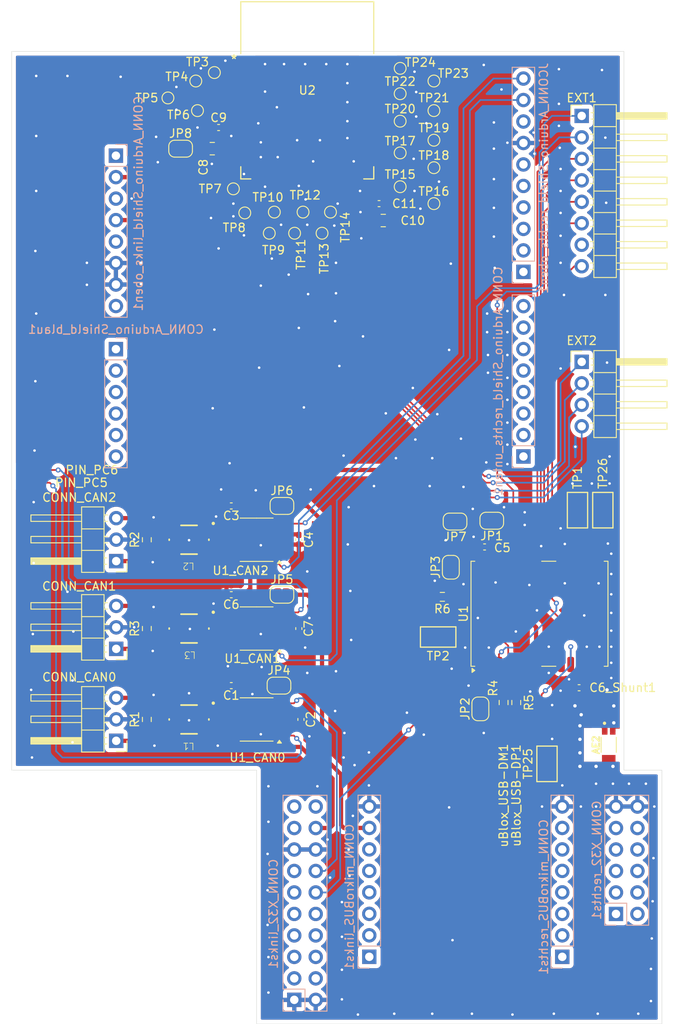
<source format=kicad_pcb>
(kicad_pcb
	(version 20240108)
	(generator "pcbnew")
	(generator_version "8.0")
	(general
		(thickness 1.6)
		(legacy_teardrops no)
	)
	(paper "A4")
	(title_block
		(title "Adapter_CANBridge")
		(date "2025-01-13")
		(rev "1.0")
	)
	(layers
		(0 "F.Cu" signal)
		(31 "B.Cu" signal)
		(32 "B.Adhes" user "B.Adhesive")
		(33 "F.Adhes" user "F.Adhesive")
		(34 "B.Paste" user)
		(35 "F.Paste" user)
		(36 "B.SilkS" user "B.Silkscreen")
		(37 "F.SilkS" user "F.Silkscreen")
		(38 "B.Mask" user)
		(39 "F.Mask" user)
		(40 "Dwgs.User" user "User.Drawings")
		(41 "Cmts.User" user "User.Comments")
		(42 "Eco1.User" user "User.Eco1")
		(43 "Eco2.User" user "User.Eco2")
		(44 "Edge.Cuts" user)
		(45 "Margin" user)
		(46 "B.CrtYd" user "B.Courtyard")
		(47 "F.CrtYd" user "F.Courtyard")
		(48 "B.Fab" user)
		(49 "F.Fab" user)
		(50 "User.1" user)
		(51 "User.2" user)
		(52 "User.3" user)
		(53 "User.4" user)
		(54 "User.5" user)
		(55 "User.6" user)
		(56 "User.7" user)
		(57 "User.8" user)
		(58 "User.9" user)
	)
	(setup
		(stackup
			(layer "F.SilkS"
				(type "Top Silk Screen")
			)
			(layer "F.Paste"
				(type "Top Solder Paste")
			)
			(layer "F.Mask"
				(type "Top Solder Mask")
				(thickness 0.01)
			)
			(layer "F.Cu"
				(type "copper")
				(thickness 0.035)
			)
			(layer "dielectric 1"
				(type "core")
				(thickness 1.51)
				(material "FR4")
				(epsilon_r 4.5)
				(loss_tangent 0.02)
			)
			(layer "B.Cu"
				(type "copper")
				(thickness 0.035)
			)
			(layer "B.Mask"
				(type "Bottom Solder Mask")
				(thickness 0.01)
			)
			(layer "B.Paste"
				(type "Bottom Solder Paste")
			)
			(layer "B.SilkS"
				(type "Bottom Silk Screen")
			)
			(copper_finish "None")
			(dielectric_constraints no)
		)
		(pad_to_mask_clearance 0)
		(allow_soldermask_bridges_in_footprints no)
		(pcbplotparams
			(layerselection 0x00010fc_ffffffff)
			(plot_on_all_layers_selection 0x0000000_00000000)
			(disableapertmacros no)
			(usegerberextensions no)
			(usegerberattributes yes)
			(usegerberadvancedattributes yes)
			(creategerberjobfile yes)
			(dashed_line_dash_ratio 12.000000)
			(dashed_line_gap_ratio 3.000000)
			(svgprecision 4)
			(plotframeref no)
			(viasonmask no)
			(mode 1)
			(useauxorigin no)
			(hpglpennumber 1)
			(hpglpenspeed 20)
			(hpglpendiameter 15.000000)
			(pdf_front_fp_property_popups yes)
			(pdf_back_fp_property_popups yes)
			(dxfpolygonmode yes)
			(dxfimperialunits yes)
			(dxfusepcbnewfont yes)
			(psnegative no)
			(psa4output no)
			(plotreference yes)
			(plotvalue yes)
			(plotfptext yes)
			(plotinvisibletext no)
			(sketchpadsonfab no)
			(subtractmaskfromsilk no)
			(outputformat 1)
			(mirror no)
			(drillshape 1)
			(scaleselection 1)
			(outputdirectory "")
		)
	)
	(net 0 "")
	(net 1 "+3.3V")
	(net 2 "GND")
	(net 3 "Net-(JP4-A)")
	(net 4 "Net-(JP6-A)")
	(net 5 "Net-(JP1-B)")
	(net 6 "Net-(U1-RF_IN)")
	(net 7 "Net-(JP5-A)")
	(net 8 "RNBD_VDD_3V3")
	(net 9 "PIN_PA18_U3")
	(net 10 "PIN_PA15_U1")
	(net 11 "PIN_PA16_U2")
	(net 12 "PIN_PA17_V3")
	(net 13 "Net-(CONN_CAN0-Pin_1)")
	(net 14 "Net-(CONN_CAN0-Pin_3)")
	(net 15 "Net-(CONN_CAN1-Pin_3)")
	(net 16 "Net-(CONN_CAN1-Pin_1)")
	(net 17 "Net-(CONN_CAN2-Pin_3)")
	(net 18 "Net-(CONN_CAN2-Pin_1)")
	(net 19 "+5V")
	(net 20 "PIN_PC22_P18")
	(net 21 "PIN_PC25_K17")
	(net 22 "PIN_PA22_G4")
	(net 23 "PIN_PC21_P17")
	(net 24 "PIN_PC26_K18")
	(net 25 "PIN_PC8_M13")
	(net 26 "PIN_PC1_T17")
	(net 27 "PIN_PC9_M18")
	(net 28 "PIN_PC10_H17")
	(net 29 "unconnected-(CONN_X32_links1-Pin_17-Pad17)")
	(net 30 "PIN_PC2_T18_res")
	(net 31 "PIN_PC4_R18")
	(net 32 "PIN_PC13_F17_res")
	(net 33 "PIN_PE11_M6_res")
	(net 34 "PIN_PC11_H15")
	(net 35 "unconnected-(CONN_X32_links1-Pin_10-Pad10)")
	(net 36 "unconnected-(CONN_X32_links1-Pin_19-Pad19)")
	(net 37 "unconnected-(CONN_X32_rechts1-Pin_2-Pad2)")
	(net 38 "unconnected-(CONN_X32_rechts1-Pin_10-Pad10)")
	(net 39 "unconnected-(CONN_X32_rechts1-Pin_1-Pad1)")
	(net 40 "unconnected-(CONN_X32_rechts1-Pin_6-Pad6)")
	(net 41 "unconnected-(CONN_X32_rechts1-Pin_8-Pad8)")
	(net 42 "uBlox_UART_RX")
	(net 43 "uBlox_UART_TX")
	(net 44 "RNBD_UART-CTS")
	(net 45 "RNBD_UART-RTS")
	(net 46 "RNBD_UART-RX")
	(net 47 "RNBD_UART-TX")
	(net 48 "PIN_PC0_P15")
	(net 49 "uBlox_RST")
	(net 50 "PIN_PG9_K12")
	(net 51 "PIN_PG6_L15")
	(net 52 "PIN_PA23_G1")
	(net 53 "PIN_PG5_J17")
	(net 54 "PIN_PG7_L12")
	(net 55 "PIN_PD27_A8")
	(net 56 "PIN_PG10_G13")
	(net 57 "PIN_PD24_D11")
	(net 58 "PIN_PD25_D5")
	(net 59 "PIN_PD26_B9")
	(net 60 "PIN_PB11_14")
	(net 61 "PIN_AVDD")
	(net 62 "PIN_PC5_N15")
	(net 63 "PIN_PC6_N17")
	(net 64 "PIN_PC7_N18")
	(net 65 "Net-(JP1-A)")
	(net 66 "Net-(JP2-B)")
	(net 67 "Net-(JP3-A)")
	(net 68 "uBlox_USB-DM")
	(net 69 "Net-(U1-USB_DM)")
	(net 70 "uBlox_USB-DP")
	(net 71 "Net-(U1-USB_DP)")
	(net 72 "Net-(U1-EXTINT1)")
	(net 73 "Net-(U1-EXTINT0)")
	(net 74 "RNBD_NMCLR")
	(net 75 "RNBD_PB0")
	(net 76 "RNBD_PB3")
	(net 77 "RNBD_PB5")
	(net 78 "RNBD_PB7")
	(net 79 "RNBD_PB8")
	(net 80 "RNBD_PB10")
	(net 81 "RNBD_PB11")
	(net 82 "RNBD_PA0")
	(net 83 "RNBD_PA1")
	(net 84 "RNBD_PB12")
	(net 85 "RNBD_PB13")
	(net 86 "RNBD_PA8")
	(net 87 "RNBD_PA7")
	(net 88 "RNBD_PA10")
	(net 89 "RNBD_PA13")
	(net 90 "RNBD_PA14")
	(net 91 "RNBD_PA2")
	(net 92 "RNBD_PA3")
	(net 93 "RNBD_PB2")
	(net 94 "RNBD_PB1")
	(net 95 "RNBD_PB4")
	(net 96 "Net-(U1-VCC_RF)")
	(net 97 "Net-(U1-LNA_EN)")
	(net 98 "uBlox_SDA")
	(net 99 "unconnected-(U1-RESERVED-Pad17)")
	(net 100 "unconnected-(U1-RESERVED-Pad16)")
	(net 101 "uBlox_SCL")
	(net 102 "Net-(L1-1)")
	(net 103 "Net-(L1-4)")
	(net 104 "Net-(L3-1)")
	(net 105 "Net-(L3-4)")
	(net 106 "Net-(L2-4)")
	(net 107 "Net-(L2-1)")
	(net 108 "unconnected-(U2-PA9-Pad30)")
	(net 109 "unconnected-(U2-PA11-Pad9)")
	(net 110 "unconnected-(U2-PA12-Pad10)")
	(net 111 "unconnected-(U2-PB9-Pad15)")
	(net 112 "unconnected-(CONN_Arduino_Shield_links_oben1-Pin_1-Pad1)")
	(net 113 "unconnected-(CONN_Arduino_Shield_links_oben1-Pin_3-Pad3)")
	(net 114 "unconnected-(CONN_Arduino_Shield_links_oben1-Pin_8-Pad8)")
	(net 115 "PIN_PA28_T1")
	(net 116 "PIN_PA29_T2")
	(net 117 "PIN_PC3_R17_res")
	(net 118 "+5V_res")
	(net 119 "PIN_PC12_F18_res")
	(net 120 "PIN_PE1_H2_res")
	(net 121 "PIN_PE0_H1_res")
	(net 122 "PIN_PA18_U3_res")
	(net 123 "PIN_PE2_J1_res")
	(net 124 "PIN_PA31_G2_res")
	(net 125 "PIN_PA22_G4_res")
	(net 126 "PIN_PA8_K2_res")
	(net 127 "PIN_PC25_K17_res")
	(net 128 "PIN_PC21_P17_res")
	(net 129 "PIN_PC22_P18_res")
	(net 130 "PIN_PC26_K18_res")
	(net 131 "PIN_PA14_R2_res")
	(net 132 "+3.3V_res")
	(net 133 "PIN_PB27_V10_res")
	(net 134 "PIN_PC14_E17_res")
	(net 135 "PIN_PC15_G12_res")
	(footprint "TestPoint:TestPoint_Pad_D1.0mm" (layer "F.Cu") (at 126.25 65.25))
	(footprint "Würth_WE-CNSW:WE-CNSW_1812_744235510" (layer "F.Cu") (at 121 106.75 180))
	(footprint "TestPoint:TestPoint_Pad_D1.0mm" (layer "F.Cu") (at 150 67))
	(footprint "Package_SO:SOIC-8_3.9x4.9mm_P1.27mm" (layer "F.Cu") (at 129 128 180))
	(footprint "Resistor_SMD:R_0603_1608Metric_Pad0.98x0.95mm_HandSolder" (layer "F.Cu") (at 116 128 90))
	(footprint "Capacitor_SMD:C_0402_1005Metric_Pad0.74x0.62mm_HandSolder" (layer "F.Cu") (at 156 107.6 180))
	(footprint "Capacitor_SMD:C_0402_1005Metric_Pad0.74x0.62mm_HandSolder" (layer "F.Cu") (at 126 102.75 180))
	(footprint "RF_GPS:ublox_NEO" (layer "F.Cu") (at 162.5 115.5 90))
	(footprint "Capacitor_SMD:C_0402_1005Metric_Pad0.74x0.62mm_HandSolder" (layer "F.Cu") (at 167.19 124.25 180))
	(footprint "TestPoint:TestPoint_Pad_D1.0mm" (layer "F.Cu") (at 130.5 70.5))
	(footprint "Jumper:SolderJumper-2_P1.3mm_Open_RoundedPad1.0x1.5mm" (layer "F.Cu") (at 120 60.5))
	(footprint "Jumper:SolderJumper-2_P1.3mm_Open_RoundedPad1.0x1.5mm" (layer "F.Cu") (at 131.65 124))
	(footprint "Resistor_SMD:R_0603_1608Metric_Pad0.98x0.95mm_HandSolder" (layer "F.Cu") (at 116 106.75 90))
	(footprint "Capacitor_SMD:C_0402_1005Metric_Pad0.74x0.62mm_HandSolder" (layer "F.Cu") (at 126 124 180))
	(footprint "TestPoint:TestPoint_Pad_D1.0mm" (layer "F.Cu") (at 133.5 70.5))
	(footprint "TestPoint:TestPoint_Pad_D1.0mm" (layer "F.Cu") (at 127.6 68.1))
	(footprint "Antennen:XDCR_W3011" (layer "F.Cu") (at 170.7 131))
	(footprint "Capacitor_SMD:C_0402_1005Metric_Pad0.74x0.62mm_HandSolder" (layer "F.Cu") (at 134.25 128 -90))
	(footprint "TestPoint:TestPoint_Pad_D1.0mm" (layer "F.Cu") (at 146 51))
	(footprint "Connector_PinHeader_2.54mm:PinHeader_1x03_P2.54mm_Horizontal" (layer "F.Cu") (at 112.375 109.275 180))
	(footprint "TestPoint:TestPoint_Pad_D1.0mm" (layer "F.Cu") (at 146 65))
	(footprint "TestPoint:TestPoint_Pad_D1.0mm" (layer "F.Cu") (at 146 54))
	(footprint "TestPoint:TestPoint_Pad_D1.0mm" (layer "F.Cu") (at 121.8 52.5))
	(footprint "Connector_Wire:SolderWirePad_1x01_SMD_1x2mm" (layer "F.Cu") (at 102 100 -90))
	(footprint "TestPoint:TestPoint_Pad_D1.0mm" (layer "F.Cu") (at 137.75 68))
	(footprint "Resistor_SMD:R_0603_1608Metric_Pad0.98x0.95mm_HandSolder" (layer "F.Cu") (at 151 113.5 180))
	(footprint "TestPoint:TestPoint_Pad_D1.0mm" (layer "F.Cu") (at 146 57.25))
	(footprint "Würth_WE-CNSW:WE-CNSW_1812_744235510" (layer "F.Cu") (at 121 128 180))
	(footprint "TestPoint:TestPoint_Pad_D1.0mm" (layer "F.Cu") (at 124 51.5))
	(footprint "TestPoint:TestPoint_Pad_D1.0mm" (layer "F.Cu") (at 150 52.5))
	(footprint "RNBD451PE:MOD39_15p5X20p7X2p8_ZSX_MCH" (layer "F.Cu") (at 135 53.6))
	(footprint "Connector_Wire:SolderWirePad_1x01_SMD_1x2mm" (layer "F.Cu") (at 158.25 129.5 180))
	(footprint "Capacitor_SMD:C_0402_1005Metric_Pad0.74x0.62mm_HandSolder" (layer "F.Cu") (at 134 117.25 -90))
	(footprint "TestPoint:TestPoint_Keystone_5019_Minature" (layer "F.Cu") (at 150.5 118.25 180))
	(footprint "Jumper:SolderJumper-2_P1.3mm_Open_RoundedPad1.0x1.5mm" (layer "F.Cu") (at 152.5 104.6 180))
	(footprint "Resistor_SMD:R_0603_1608Metric_Pad0.98x0.95mm_HandSolder" (layer "F.Cu") (at 159.75 126 90))
	(footprint "TestPoint:TestPoint_Keystone_5019_Minature" (layer "F.Cu") (at 167 103.25 90))
	(footprint "Package_SO:SOIC-8_3.9x4.9mm_P1.27mm"
		(layer "F.Cu")
		(uuid "8f2605ab-49a6-4e22-8fae-3cc8c70205c3")
		(at 129 117.25 180)
		(descr "SOIC, 8 Pin (JEDEC MS-012AA, https://www.analog.com/media/en/package-pcb-resources/package/pkg_pdf/soic_narrow-r/r_8.pdf), generated with kicad-footprint-generator ipc_gullwing_generator.py")
		(tags "SOIC SO")
		(property "Reference" "U1_CAN1"
			(at 0.5 -3.55 0)
			(layer "F.SilkS")
			(uuid "9abfd54a-5efe-493c-90ee-67897a8ad05a")
			(effects
				(font
					(size 1 1)
					(thickness 0.15)
				)
			)
		)
		(property "Value" "MCP2562-H-SN"
			(at 0 3.4 0)
			(layer "F.Fab")
			(uuid "9b71e501-6793-4dad-900e-e3076caf32ed")
			(effects
				(font
					(size 1 1)
					(thickness 0.15)
				)
			)
		)
		(property "Footprint" "Package_SO:SOIC-8_3.9x4.9mm_P1.27mm"
			(at 0 0 0)
			(layer "F.Fab")
			(hide yes)
			(uuid "664d8057-dc41-46bc-bd8d-e12f175f8c80")
			(effects
				(font
					(size 1.27 1.27)
					(thickness 0.15)
				)
			)
		)
		(property "Datasheet" "http://ww1.microchip.com/downloads/en/DeviceDoc/25167A.pdf"
			(at 0 0 0)
			(layer "F.Fab")
			(hide yes)
			(uuid "22d13f28-f2c6-4060-9baa-e6b92b8fcc3b")
			(effects
				(font
					(size 1.27 1.27)
					(thickness 0.15)
				)
			)
		)
		(property "Description" "High-Speed CAN Transceiver, 1Mbps, 5V supply, Vio pin, -40C to +150C, SOIC-8"
			(at 0 0 0)
			(layer "F.Fab")
			(hide yes)
			(uuid "22002eed-892c-4c98-a9a1-67efce4bfdb2")
			(effects
				(font
					(size 1.27 1.27)
					(thickness 0.15)
				)
			)
		)
		(property ki_fp_filters "SOIC*3.9x4.9mm*P1.27mm*")
		(path "/b125f1c6-bd05-4165-ab49-93deddfaf8db")
		(sheetname "Stammblatt")
		(sheetfile "Adapter_CANBridge.kicad_sch")
		(attr smd)
		(fp_line
			(start 0 2.56)
			(end 1.95 2.56)
			(stroke
				(width 0.12)
				(type solid)
			)
			(layer "F.SilkS")
			(uuid "5486349b-819b-4627-8f1f-bb81b73df1e8")
		)
		(fp_line
			(start 0 2.56)
			(end -1.95 2.56)
			(stroke
				(width 0.12)
				(type solid)
			)
			(layer "F.SilkS")
			(uuid "feb1a951-d67a-4ef7-9ae1-c1501c81ac75")
		)
		(fp_line
			(start 0 -2.56)
			(end 1.95 -2.56)
			(stroke
				(width 0.12)
				(type solid)
			)
			(layer "F.SilkS")
			(uuid "4032c0b6-6a6a-4fb3-a687-8314435cd4e6")
		)
		(fp_line
			(start 0 -2.56)
			(end -1.95 -2.56)
			(stroke
				(width 0.12)
				(type solid)
			)
			(layer "F.SilkS")
			(uuid "310bed99-0c74-43eb-820c-f6a67dcb6111")
		)
		(fp_poly
			(pts
				(xy -2.7 -2.465) (xy -2.94 -2.795) (xy -2.46 -2.795) (xy -2.7 -2.465)
			)
			(stroke
				(width 0.12)
				(type solid)
			)
			(fill solid)
			(layer "F.SilkS")
			(uuid "a115cc3f-7f24-48c6-8e66-fad7e68614ec")
		)
		(fp_line
			(start 3.7 2.7)
			(end 3.7 -2.7)
			(stroke
				(width 0.05)
				(type solid)
			)
			(layer "F.CrtYd")
			(uuid "114534b2-840c-49c3-be69-da41ee10c527")
		)
		(fp_line
			(start 3.7 -2.7)
			(end -3.7 -2.7)
			(stroke
				(width 0.05)
				(type solid)
			)
			(layer "F.CrtYd")
			(uuid "02fd31ed-3c2d-4d9d-8785-0558992cd6cc")
		)
		(fp_line
			(start -3.7 2.7)
			(end 3.7 2.7)
			(stroke
				(width 0.05)
				(type solid)
			)
			(layer "F.CrtYd")
			(uuid "bb16dd13-117d-4079-a53d-a10f5b7360df")
		)
		(fp_line
			(start -3.7 -2.7)
			(end -3.7 2.7)
			(stroke
				(width 0.05)
				(type solid)
			)
			(layer "F.CrtYd")
			(uuid "043e8d54-6c90-4e46-82eb-04553f52264a")
		)
		(fp_line
			(start 1.95 2.45)
			(end -1.95 2.45)
			(stroke
				(width 0.1)
				(type solid)
			)
			(layer "F.Fab")
			(uuid "526ce5c8-ae81-438d-aebe-c004d9046e63")
		)
		(fp_line
			(start 1.95 -2.45)
			(end 1.95 2.45)
			(stroke
				(width 0.1)
				(type solid)
			)
			(layer "F.Fab")
			(uuid "99ff32bd-d84a-44c5-9a1f-6115f45444c8")
		)
		(fp_line
			(start -0.975 -2.45)
			(end 1.95 -2.45)
			(stroke
				(width 0.1)
				(type solid)
			)
			(layer "F.Fab")
			(uuid "3dfb0509-d901-4757-9b17-dc511ac63b6f")
		)
		(fp_line
			(start -1.95 2.45)
			(end -1.95 -1.475)
			(stroke
				(width 0.1)
				(type solid)
			)
			(layer "F.Fab")
			(uuid "f7b48b21-25ab-4558-99ff-7d0330a1ba72")
		)
		(fp_line
			(start -1.95 -1.475)
			(end -0.975 -2.45)
			(stroke
				(width 0.1)
				(type solid)
			)
			(layer "F.Fab")
			(uuid "493e319c-0712-49bf-9f91-af9be6c0e152")
		)
		(fp_text user "${REFERENCE}"
			(at 0 0 0)
			(layer "F.Fab")
			(uuid "df208c3c-b5f6-43d6-81aa-5f3405693310")
			(effects
				(font
					(size 0.98 0.98)
					(thickness 0.15)
				)
			)
		)
		(pad "1" smd roundrect
			(at -2.475 -1.905 180)
			(size 1.95 0.6)
			(layers "F.Cu" "F.Paste" "F.Mask")
			(roundrect_rratio 0.25)
			(net 64 "PIN_PC7_N18")
			(pinfunction "TXD")
			(pintype "input")
			(uuid "01ce473e-13bd-4bc7-b5d7-fbb2e6155c99")
		)
		(pad "2" smd roundrect
			(at -2.475 -0.635 180)
			(size 1.95 0.6)
			(layers "F.Cu" "F.Paste" "F.Mask")
			(roundrect_rratio 0.25)
			(net 2 "GND")
			(pinfunction "VSS")
			(pintype "power_in")
			(uuid "b5ed396d-a853-4b2f-8c91-04afa88e7146")
		)
		(pad "3" smd roundrect
			(at -2.475 0.635 180)
			(size 1.95 0.6)
			(layers "F.Cu" "F.Paste" "F.Mask")
			(roundrect_rratio 0.25)
			(net 7 "Net-(JP5-A)")
			(pinfunction "VDD")
			(pintype "power_in")
			(uuid "4842cc78-1ea3-46a2-ad90-3e1e5878f394")
		)
		(pad "4" smd roundrect
			(at -2.475 1.905 180)
			(size 1.95 0.6)
			(layers "F.Cu" "F.Paste" "F.Mask")
			(roundrect_rratio 0.25)
			(net 63 "PIN_PC6_N17")
			(pinfunction "RXD")
			(pintype "output")
			(uuid "50eb4650-2c8d-439f-8f8b-9a8281b393e5")
		)
		(pad "5" smd roundrect
			(at 2.475 1.905 180)
			(size 1.95 0.6)
			(layers "F.Cu" "F.Paste" "F.Mask")
			(roundrect_rratio 0.25)
			(net 1 "+3.3V")
			(pinfunction "Vio")
			(pintype "power_in")
			(uuid "dfcb5388-bbad-4229-bcc2-88093d39cfb1")
		)
		(pad "6" smd roundrect
			(at 2.475 0.635 180)
			(size 1.95 0.6)
			(layers "F.Cu" "F.Paste" "F.Mask")
			(roundrect_rratio 0.25)
			(net 105 "Net-(L3-4)")
			(pinfunction "CANL")
			(pintype "bidirectional")
			(uuid "9d1fb627-9e09-47e0-9d53-171ae45e76ce")
		)
		(pad "7" smd roundrect
			(at 2.475 -0.635 180)
			(size 1.95 0.6)
			(layers "F.Cu" "F.Paste" "F.Mask")
			(roundrect_rratio 0.25)
			(net 104 "Net-(L3-1)")
			(pinfunction "CANH")
			(pintype "bidirectional")
			(uuid "1ca32059-e15a-4026-aa32-154183310408")
		)
		(pad "8" smd roundrect
			(at 2.475 -1.905 180)
			(size 1.95 0.6)
			(layers "F.Cu" "F.Paste" "F.Mask")
			(roundrect_rrati
... [822746 chars truncated]
</source>
